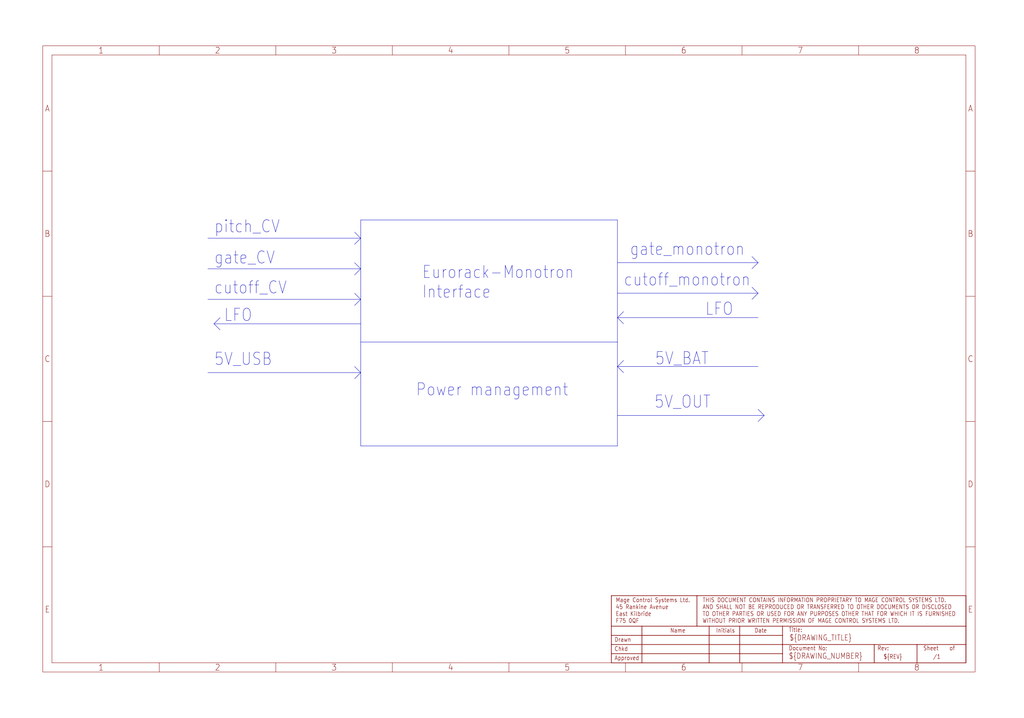
<source format=kicad_sch>
(kicad_sch (version 20230121) (generator eeschema)
  (paper "User" 425.45 298.602)
  (lib_symbols
    (symbol "Monotron-002-eagle-import:A3L_GENERIC_BORDER"
      (symbol "A3L_GENERIC_BORDER_1_0"
        (polyline (pts (xy 0 52.07) (xy 3.81 52.07)))
        (polyline (pts (xy 0 104.14) (xy 3.81 104.14)))
        (polyline (pts (xy 0 156.21) (xy 3.81 156.21)))
        (polyline (pts (xy 0 208.28) (xy 3.81 208.28)))
        (polyline (pts (xy 3.81 3.81) (xy 3.81 256.54)))
        (polyline (pts (xy 48.4188 0) (xy 48.4188 3.81)))
        (polyline (pts (xy 48.4188 256.54) (xy 48.4188 260.35)))
        (polyline (pts (xy 96.8375 0) (xy 96.8375 3.81)))
        (polyline (pts (xy 96.8375 256.54) (xy 96.8375 260.35)))
        (polyline (pts (xy 145.2563 0) (xy 145.2563 3.81)))
        (polyline (pts (xy 145.2563 256.54) (xy 145.2563 260.35)))
        (polyline (pts (xy 193.675 0) (xy 193.675 3.81)))
        (polyline (pts (xy 193.675 256.54) (xy 193.675 260.35)))
        (polyline (pts (xy 242.0938 0) (xy 242.0938 3.81)))
        (polyline (pts (xy 242.0938 256.54) (xy 242.0938 260.35)))
        (polyline (pts (xy 290.5125 0) (xy 290.5125 3.81)))
        (polyline (pts (xy 290.5125 256.54) (xy 290.5125 260.35)))
        (polyline (pts (xy 338.9313 0) (xy 338.9313 3.81)))
        (polyline (pts (xy 338.9313 256.54) (xy 338.9313 260.35)))
        (polyline (pts (xy 383.54 3.81) (xy 3.81 3.81)))
        (polyline (pts (xy 383.54 3.81) (xy 383.54 256.54)))
        (polyline (pts (xy 383.54 52.07) (xy 387.35 52.07)))
        (polyline (pts (xy 383.54 104.14) (xy 387.35 104.14)))
        (polyline (pts (xy 383.54 156.21) (xy 387.35 156.21)))
        (polyline (pts (xy 383.54 208.28) (xy 387.35 208.28)))
        (polyline (pts (xy 383.54 256.54) (xy 3.81 256.54)))
        (polyline (pts (xy 0 0) (xy 387.35 0) (xy 387.35 260.35) (xy 0 260.35) (xy 0 0)))
        (text "1" (at 24.2094 1.905 0) (effects (font (size 2.54 2.286))))
        (text "1" (at 24.2094 258.445 0) (effects (font (size 2.54 2.286))))
        (text "2" (at 72.6281 1.905 0) (effects (font (size 2.54 2.286))))
        (text "2" (at 72.6281 258.445 0) (effects (font (size 2.54 2.286))))
        (text "3" (at 121.0469 1.905 0) (effects (font (size 2.54 2.286))))
        (text "3" (at 121.0469 258.445 0) (effects (font (size 2.54 2.286))))
        (text "4" (at 169.4656 1.905 0) (effects (font (size 2.54 2.286))))
        (text "4" (at 169.4656 258.445 0) (effects (font (size 2.54 2.286))))
        (text "5" (at 217.8844 1.905 0) (effects (font (size 2.54 2.286))))
        (text "5" (at 217.8844 258.445 0) (effects (font (size 2.54 2.286))))
        (text "6" (at 266.3031 1.905 0) (effects (font (size 2.54 2.286))))
        (text "6" (at 266.3031 258.445 0) (effects (font (size 2.54 2.286))))
        (text "7" (at 314.7219 1.905 0) (effects (font (size 2.54 2.286))))
        (text "7" (at 314.7219 258.445 0) (effects (font (size 2.54 2.286))))
        (text "8" (at 363.1406 1.905 0) (effects (font (size 2.54 2.286))))
        (text "8" (at 363.1406 258.445 0) (effects (font (size 2.54 2.286))))
        (text "A" (at 1.905 234.315 0) (effects (font (size 2.54 2.286))))
        (text "A" (at 385.445 234.315 0) (effects (font (size 2.54 2.286))))
        (text "B" (at 1.905 182.245 0) (effects (font (size 2.54 2.286))))
        (text "B" (at 385.445 182.245 0) (effects (font (size 2.54 2.286))))
        (text "C" (at 1.905 130.175 0) (effects (font (size 2.54 2.286))))
        (text "C" (at 385.445 130.175 0) (effects (font (size 2.54 2.286))))
        (text "D" (at 1.905 78.105 0) (effects (font (size 2.54 2.286))))
        (text "D" (at 385.445 78.105 0) (effects (font (size 2.54 2.286))))
        (text "E" (at 1.905 26.035 0) (effects (font (size 2.54 2.286))))
        (text "E" (at 385.445 26.035 0) (effects (font (size 2.54 2.286))))
      )
    )
    (symbol "Monotron-002-eagle-import:MAGE_CONTROL_TITLE_BLOCK"
      (symbol "MAGE_CONTROL_TITLE_BLOCK_1_0"
        (polyline (pts (xy -147.32 3.81) (xy -147.32 0)) (stroke (width 0.254)))
        (polyline (pts (xy -147.32 7.62) (xy -147.32 3.81)) (stroke (width 0.254)))
        (polyline (pts (xy -147.32 11.43) (xy -147.32 7.62)) (stroke (width 0.254)))
        (polyline (pts (xy -147.32 15.24) (xy -147.32 11.43)) (stroke (width 0.254)))
        (polyline (pts (xy -147.32 15.24) (xy -134.62 15.24)) (stroke (width 0.254)))
        (polyline (pts (xy -147.32 27.94) (xy -147.32 15.24)) (stroke (width 0.254)))
        (polyline (pts (xy -134.62 0) (xy -147.32 0)) (stroke (width 0.254)))
        (polyline (pts (xy -134.62 15.24) (xy -134.62 0)) (stroke (width 0.254)))
        (polyline (pts (xy -134.62 15.24) (xy -111.76 15.24)) (stroke (width 0.254)))
        (polyline (pts (xy -111.76 15.24) (xy -111.76 27.94)) (stroke (width 0.254)))
        (polyline (pts (xy -111.76 27.94) (xy -147.32 27.94)) (stroke (width 0.254)))
        (polyline (pts (xy -111.76 27.94) (xy 0 27.94)) (stroke (width 0.254)))
        (polyline (pts (xy -106.68 0) (xy -134.62 0)) (stroke (width 0.254)))
        (polyline (pts (xy -106.68 15.24) (xy -111.76 15.24)) (stroke (width 0.254)))
        (polyline (pts (xy -106.68 15.24) (xy -106.68 0)) (stroke (width 0.254)))
        (polyline (pts (xy -93.98 0) (xy -106.68 0)) (stroke (width 0.254)))
        (polyline (pts (xy -93.98 15.24) (xy -106.68 15.24)) (stroke (width 0.254)))
        (polyline (pts (xy -93.98 15.24) (xy -93.98 0)) (stroke (width 0.254)))
        (polyline (pts (xy -76.2 0) (xy -93.98 0)) (stroke (width 0.254)))
        (polyline (pts (xy -76.2 0) (xy -38.1 0)) (stroke (width 0.254)))
        (polyline (pts (xy -76.2 3.81) (xy -147.32 3.81)) (stroke (width 0.254)))
        (polyline (pts (xy -76.2 3.81) (xy -76.2 0)) (stroke (width 0.254)))
        (polyline (pts (xy -76.2 7.62) (xy -147.32 7.62)) (stroke (width 0.254)))
        (polyline (pts (xy -76.2 7.62) (xy -76.2 3.81)) (stroke (width 0.254)))
        (polyline (pts (xy -76.2 7.62) (xy -38.1 7.62)) (stroke (width 0.254)))
        (polyline (pts (xy -76.2 11.43) (xy -147.32 11.43)) (stroke (width 0.254)))
        (polyline (pts (xy -76.2 11.43) (xy -76.2 7.62)) (stroke (width 0.254)))
        (polyline (pts (xy -76.2 15.24) (xy -93.98 15.24)) (stroke (width 0.254)))
        (polyline (pts (xy -76.2 15.24) (xy -76.2 11.43)) (stroke (width 0.254)))
        (polyline (pts (xy -38.1 0) (xy -20.32 0)) (stroke (width 0.254)))
        (polyline (pts (xy -38.1 7.62) (xy -38.1 0)) (stroke (width 0.254)))
        (polyline (pts (xy -38.1 7.62) (xy -20.32 7.62)) (stroke (width 0.254)))
        (polyline (pts (xy -20.32 0) (xy -20.32 7.62)) (stroke (width 0.254)))
        (polyline (pts (xy -20.32 0) (xy 0 0)) (stroke (width 0.254)))
        (polyline (pts (xy -20.32 7.62) (xy 0 7.62)) (stroke (width 0.254)))
        (polyline (pts (xy 0 0) (xy 0 7.62)) (stroke (width 0.254)))
        (polyline (pts (xy 0 7.62) (xy 0 15.24)) (stroke (width 0.254)))
        (polyline (pts (xy 0 15.24) (xy -76.2 15.24)) (stroke (width 0.254)))
        (polyline (pts (xy 0 27.94) (xy 0 15.24)) (stroke (width 0.254)))
        (text "${#}/${##}" (at -13.716 1.524 0) (effects (font (size 1.778 1.5113)) (justify left bottom)))
        (text "${DRAWING_NUMBER}" (at -73.66 1.524 0) (effects (font (size 2.286 1.9431)) (justify left bottom)))
        (text "${DRAWING_TITLE}" (at -73.406 9.144 0) (effects (font (size 2.286 1.9431)) (justify left bottom)))
        (text "${REV}" (at -34.29 1.524 0) (effects (font (size 1.778 1.5113)) (justify left bottom)))
        (text "Approved" (at -146.05 1.016 0) (effects (font (size 1.778 1.5113)) (justify left bottom)))
        (text "Chkd" (at -146.05 4.826 0) (effects (font (size 1.778 1.5113)) (justify left bottom)))
        (text "Date" (at -87.884 12.446 0) (effects (font (size 1.778 1.5113)) (justify left bottom)))
        (text "Document No:" (at -73.66 5.08 0) (effects (font (size 1.778 1.5113)) (justify left bottom)))
        (text "Drawn" (at -146.05 8.636 0) (effects (font (size 1.778 1.5113)) (justify left bottom)))
        (text "Initials" (at -103.886 12.446 0) (effects (font (size 1.778 1.5113)) (justify left bottom)))
        (text "Mage Control Systems Ltd.\n45 Rankine Avenue\nEast Kilbride\nF75 0QF" (at -145.542 16.51 0) (effects (font (size 1.778 1.5113)) (justify left bottom)))
        (text "Name" (at -122.936 12.446 0) (effects (font (size 1.778 1.5113)) (justify left bottom)))
        (text "Rev:" (at -36.83 5.08 0) (effects (font (size 1.778 1.5113)) (justify left bottom)))
        (text "Sheet    of" (at -17.78 5.08 0) (effects (font (size 1.778 1.5113)) (justify left bottom)))
        (text "THIS DOCUMENT CONTAINS INFORMATION PROPRIETARY TO MAGE CONTROL SYSTEMS LTD.\nAND SHALL NOT BE REPRODUCED OR TRANSFERRED TO OTHER DOCUMENTS OR DISCLOSED\nTO OTHER PARTIES OR USED FOR ANY PURPOSES OTHER THAT FOR WHICH IT IS FURNISHED\nWITHOUT PRIOR WRITTEN PERMISSION OF MAGE CONTROL SYSTEMS LTD." (at -109.474 16.51 0) (effects (font (size 1.778 1.5113)) (justify left bottom)))
        (text "Title:" (at -73.66 12.7 0) (effects (font (size 1.778 1.5113)) (justify left bottom)))
      )
    )
  )
  (polyline (pts (xy 149.86 142.24) (xy 149.86 185.42)) (stroke (width 0.1524) (type solid)))
  (polyline (pts (xy 312.42 106.68) (xy 314.96 109.22)) (stroke (width 0.1524) (type solid)))
  (polyline (pts (xy 256.54 152.4) (xy 259.08 149.86)) (stroke (width 0.1524) (type solid)))
  (polyline (pts (xy 147.32 96.52) (xy 149.86 99.06)) (stroke (width 0.1524) (type solid)))
  (polyline (pts (xy 149.86 91.44) (xy 149.86 142.24)) (stroke (width 0.1524) (type solid)))
  (polyline (pts (xy 256.54 121.92) (xy 314.96 121.92)) (stroke (width 0.1524) (type solid)))
  (polyline (pts (xy 88.9 134.62) (xy 91.44 137.16)) (stroke (width 0.1524) (type solid)))
  (polyline (pts (xy 149.86 99.06) (xy 147.32 101.6)) (stroke (width 0.1524) (type solid)))
  (polyline (pts (xy 256.54 132.08) (xy 259.08 134.62)) (stroke (width 0.1524) (type solid)))
  (polyline (pts (xy 312.42 119.38) (xy 314.96 121.92)) (stroke (width 0.1524) (type solid)))
  (polyline (pts (xy 149.86 111.76) (xy 147.32 114.3)) (stroke (width 0.1524) (type solid)))
  (polyline (pts (xy 256.54 142.24) (xy 256.54 91.44)) (stroke (width 0.1524) (type solid)))
  (polyline (pts (xy 314.96 170.18) (xy 317.5 172.72)) (stroke (width 0.1524) (type solid)))
  (polyline (pts (xy 314.96 132.08) (xy 256.54 132.08)) (stroke (width 0.1524) (type solid)))
  (polyline (pts (xy 317.5 172.72) (xy 314.96 175.26)) (stroke (width 0.1524) (type solid)))
  (polyline (pts (xy 256.54 91.44) (xy 149.86 91.44)) (stroke (width 0.1524) (type solid)))
  (polyline (pts (xy 86.36 124.46) (xy 149.86 124.46)) (stroke (width 0.1524) (type solid)))
  (polyline (pts (xy 88.9 134.62) (xy 91.44 132.08)) (stroke (width 0.1524) (type solid)))
  (polyline (pts (xy 149.86 154.94) (xy 147.32 157.48)) (stroke (width 0.1524) (type solid)))
  (polyline (pts (xy 256.54 185.42) (xy 256.54 142.24)) (stroke (width 0.1524) (type solid)))
  (polyline (pts (xy 147.32 152.4) (xy 149.86 154.94)) (stroke (width 0.1524) (type solid)))
  (polyline (pts (xy 314.96 109.22) (xy 312.42 111.76)) (stroke (width 0.1524) (type solid)))
  (polyline (pts (xy 149.86 142.24) (xy 256.54 142.24)) (stroke (width 0.1524) (type solid)))
  (polyline (pts (xy 86.36 99.06) (xy 149.86 99.06)) (stroke (width 0.1524) (type solid)))
  (polyline (pts (xy 86.36 154.94) (xy 149.86 154.94)) (stroke (width 0.1524) (type solid)))
  (polyline (pts (xy 86.36 111.76) (xy 149.86 111.76)) (stroke (width 0.1524) (type solid)))
  (polyline (pts (xy 259.08 154.94) (xy 256.54 152.4)) (stroke (width 0.1524) (type solid)))
  (polyline (pts (xy 149.86 134.62) (xy 88.9 134.62)) (stroke (width 0.1524) (type solid)))
  (polyline (pts (xy 147.32 109.22) (xy 149.86 111.76)) (stroke (width 0.1524) (type solid)))
  (polyline (pts (xy 256.54 109.22) (xy 314.96 109.22)) (stroke (width 0.1524) (type solid)))
  (polyline (pts (xy 259.08 129.54) (xy 256.54 132.08)) (stroke (width 0.1524) (type solid)))
  (polyline (pts (xy 314.96 121.92) (xy 312.42 124.46)) (stroke (width 0.1524) (type solid)))
  (polyline (pts (xy 314.96 152.4) (xy 256.54 152.4)) (stroke (width 0.1524) (type solid)))
  (polyline (pts (xy 256.54 172.72) (xy 317.5 172.72)) (stroke (width 0.1524) (type solid)))
  (polyline (pts (xy 147.32 121.92) (xy 149.86 124.46)) (stroke (width 0.1524) (type solid)))
  (polyline (pts (xy 149.86 185.42) (xy 256.54 185.42)) (stroke (width 0.1524) (type solid)))
  (polyline (pts (xy 149.86 124.46) (xy 147.32 127)) (stroke (width 0.1524) (type solid)))
  (text "Power management" (at 172.72 165.1 0) (effects (font (size 5.08 4.318)) (justify left bottom)))
  (text "5V_USB" (at 88.9 152.4 0) (effects (font (size 5.08 4.318)) (justify left bottom)))
  (text "Eurorack-Monotron\nInterface" (at 175.26 124.46 0) (effects (font (size 5.08 4.318)) (justify left bottom)))
  (text "gate_CV" (at 88.9 110.236 0) (effects (font (size 5.08 4.318)) (justify left bottom)))
  (text "gate_monotron" (at 261.62 106.68 0) (effects (font (size 5.08 4.318)) (justify left bottom)))
  (text "LFO" (at 292.862 131.572 0) (effects (font (size 5.08 4.318)) (justify left bottom)))
  (text "pitch_CV" (at 88.9 97.282 0) (effects (font (size 5.08 4.318)) (justify left bottom)))
  (text "5V_OUT" (at 271.78 170.18 0) (effects (font (size 5.08 4.318)) (justify left bottom)))
  (text "cutoff_CV" (at 88.9 122.682 0) (effects (font (size 5.08 4.318)) (justify left bottom)))
  (text "cutoff_monotron" (at 259.08 119.38 0) (effects (font (size 5.08 4.318)) (justify left bottom)))
  (text "LFO" (at 92.964 134.112 0) (effects (font (size 5.08 4.318)) (justify left bottom)))
  (text "5V_BAT" (at 272.034 152.146 0) (effects (font (size 5.08 4.318)) (justify left bottom)))
  (symbol (lib_id "Monotron-002-eagle-import:A3L_GENERIC_BORDER") (at 17.78 279.4 0) (unit 1)
    (property "Reference" "#B1" (effects hide))
    (property "Value" "A3L_GENERIC_BORDER" (effects hide))
  )
  (symbol (lib_id "Monotron-002-eagle-import:MAGE_CONTROL_TITLE_BLOCK") (at 401.32 275.59 0) (unit 1)
    (property "Reference" "#A1" (effects hide))
    (property "Value" "MAGE_CONTROL_TITLE_BLOCK" (effects hide))
  )
)
</source>
